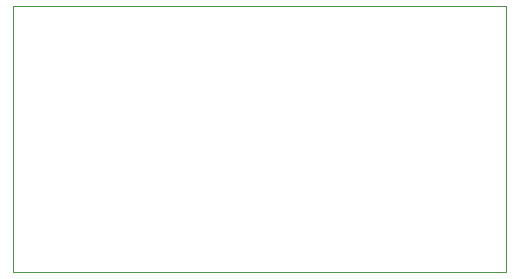
<source format=gbr>
G04 #@! TF.GenerationSoftware,KiCad,Pcbnew,5.1.5+dfsg1-2build2*
G04 #@! TF.CreationDate,2021-03-16T12:31:57-05:00*
G04 #@! TF.ProjectId,TT_GEAR_MOTOR_BRACKET,54545f47-4541-4525-9f4d-4f544f525f42,rev?*
G04 #@! TF.SameCoordinates,Original*
G04 #@! TF.FileFunction,Profile,NP*
%FSLAX46Y46*%
G04 Gerber Fmt 4.6, Leading zero omitted, Abs format (unit mm)*
G04 Created by KiCad (PCBNEW 5.1.5+dfsg1-2build2) date 2021-03-16 12:31:57*
%MOMM*%
%LPD*%
G04 APERTURE LIST*
%ADD10C,0.050000*%
G04 APERTURE END LIST*
D10*
X91800000Y-50000000D02*
X91800000Y-72500000D01*
X50000000Y-50000000D02*
X50000000Y-72500000D01*
X50000000Y-72500000D02*
X91800000Y-72500000D01*
X50000000Y-50000000D02*
X91800000Y-50000000D01*
M02*

</source>
